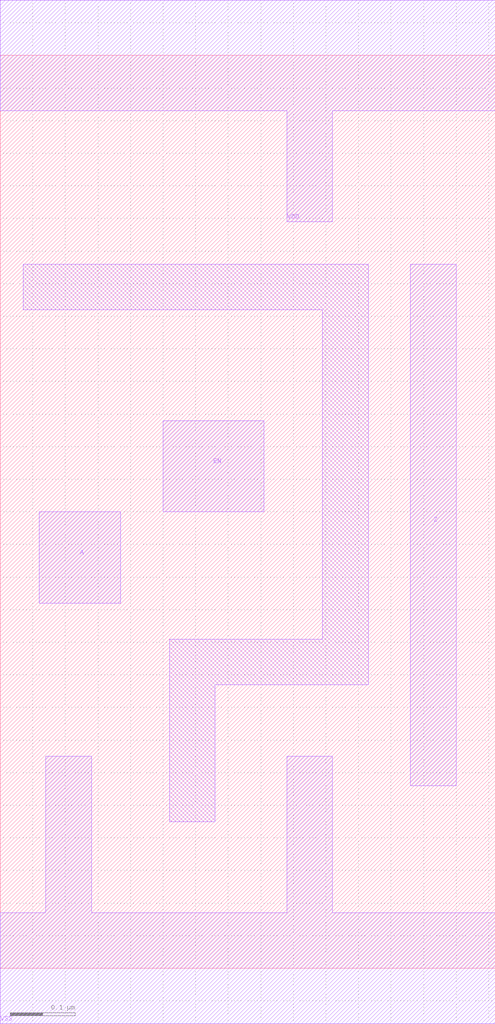
<source format=lef>
# 
# ******************************************************************************
# *                                                                            *
# *                   Copyright (C) 2004-2011, Nangate Inc.                    *
# *                           All rights reserved.                             *
# *                                                                            *
# * Nangate and the Nangate logo are trademarks of Nangate Inc.                *
# *                                                                            *
# * All trademarks, logos, software marks, and trade names (collectively the   *
# * "Marks") in this program are proprietary to Nangate or other respective    *
# * owners that have granted Nangate the right and license to use such Marks.  *
# * You are not permitted to use the Marks without the prior written consent   *
# * of Nangate or such third party that may own the Marks.                     *
# *                                                                            *
# * This file has been provided pursuant to a License Agreement containing     *
# * restrictions on its use. This file contains valuable trade secrets and     *
# * proprietary information of Nangate Inc., and is protected by U.S. and      *
# * international laws and/or treaties.                                        *
# *                                                                            *
# * The copyright notice(s) in this file does not indicate actual or intended  *
# * publication of this file.                                                  *
# *                                                                            *
# *     NGLibraryCreator, v2010.08-HR32-SP3-2010-08-05 - build 1009061800      *
# *                                                                            *
# ******************************************************************************
# 
# 
# Running on server08.nangate.com for user Giancarlo Franciscatto (gfr).
# Local time is now Thu, 6 Jan 2011, 18:10:28.
# Main process id is 3320.

VERSION 5.6 ;
BUSBITCHARS "[]" ;
DIVIDERCHAR "/" ;

MACRO ISO_FENCE1_X2
  CLASS core ;
  FOREIGN ISO_FENCE1_X2 0.0 0.0 ;
  ORIGIN 0 0 ;
  SYMMETRY X Y ;
  SITE FreePDK45_38x28_10R_NP_162NW_34O ;
  SIZE 0.76 BY 1.4 ;
  PIN A
    DIRECTION INPUT ;
    ANTENNAPARTIALMETALAREA 0.0175 LAYER metal1 ;
    ANTENNAPARTIALMETALSIDEAREA 0.0689 LAYER metal1 ;
    ANTENNAGATEAREA 0.02025 ;
    PORT
      LAYER metal1 ;
        POLYGON 0.06 0.56 0.185 0.56 0.185 0.7 0.06 0.7  ;
    END
  END A
  PIN EN
    DIRECTION INPUT ;
    ANTENNAPARTIALMETALAREA 0.0217 LAYER metal1 ;
    ANTENNAPARTIALMETALSIDEAREA 0.0767 LAYER metal1 ;
    ANTENNAGATEAREA 0.02025 ;
    PORT
      LAYER metal1 ;
        POLYGON 0.25 0.7 0.405 0.7 0.405 0.84 0.25 0.84  ;
    END
  END EN
  PIN Z
    DIRECTION OUTPUT ;
    ANTENNAPARTIALMETALAREA 0.056 LAYER metal1 ;
    ANTENNAPARTIALMETALSIDEAREA 0.2262 LAYER metal1 ;
    ANTENNADIFFAREA 0.0756 ;
    PORT
      LAYER metal1 ;
        POLYGON 0.63 0.28 0.7 0.28 0.7 1.08 0.63 1.08  ;
    END
  END Z
  PIN VDD
    DIRECTION INOUT ;
    USE power ;
    SHAPE ABUTMENT ;
    PORT
      LAYER metal1 ;
        POLYGON 0 1.315 0.44 1.315 0.44 1.145 0.51 1.145 0.51 1.315 0.565 1.315 0.76 1.315 0.76 1.485 0.565 1.485 0 1.485  ;
    END
  END VDD
  PIN VSS
    DIRECTION INOUT ;
    USE ground ;
    SHAPE ABUTMENT ;
    PORT
      LAYER metal1 ;
        POLYGON 0 -0.085 0.76 -0.085 0.76 0.085 0.51 0.085 0.51 0.325 0.44 0.325 0.44 0.085 0.14 0.085 0.14 0.325 0.07 0.325 0.07 0.085 0 0.085  ;
    END
  END VSS
  OBS
      LAYER metal1 ;
        POLYGON 0.035 1.01 0.495 1.01 0.495 0.505 0.26 0.505 0.26 0.225 0.33 0.225 0.33 0.435 0.565 0.435 0.565 1.08 0.035 1.08  ;
  END
END ISO_FENCE1_X2

END LIBRARY
#
# End of file
#

</source>
